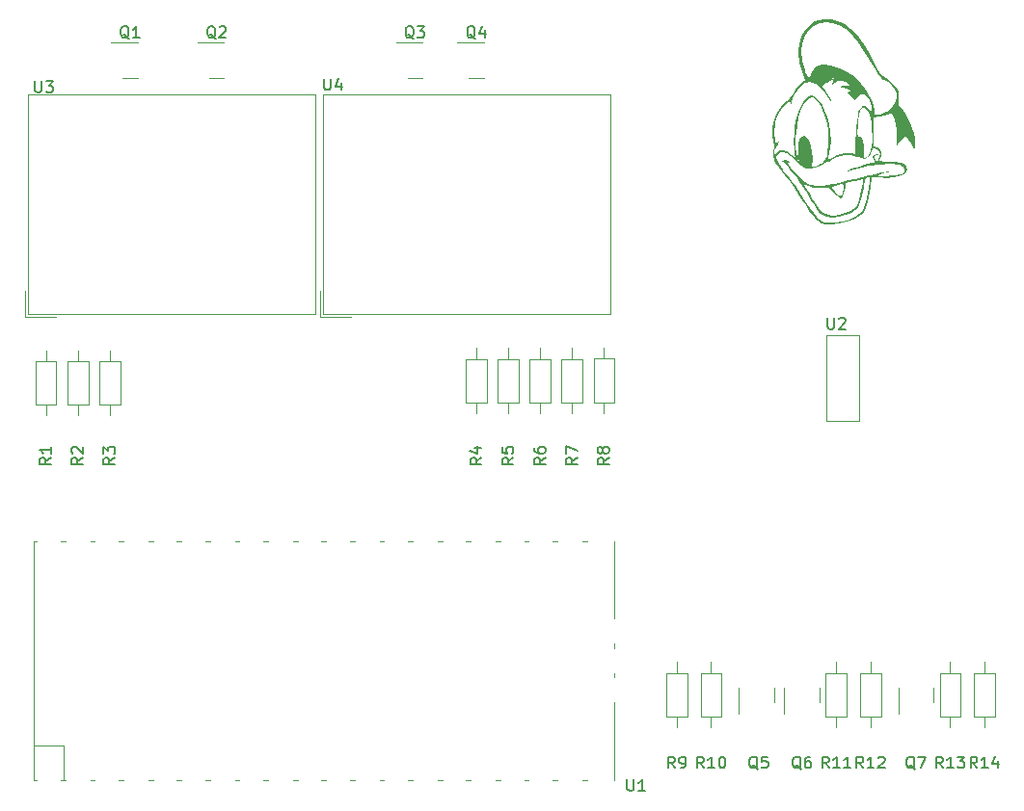
<source format=gbr>
%TF.GenerationSoftware,KiCad,Pcbnew,(6.0.0)*%
%TF.CreationDate,2022-06-20T15:54:39+02:00*%
%TF.ProjectId,PulseOximeter,50756c73-654f-4786-996d-657465722e6b,rev?*%
%TF.SameCoordinates,Original*%
%TF.FileFunction,Legend,Top*%
%TF.FilePolarity,Positive*%
%FSLAX46Y46*%
G04 Gerber Fmt 4.6, Leading zero omitted, Abs format (unit mm)*
G04 Created by KiCad (PCBNEW (6.0.0)) date 2022-06-20 15:54:39*
%MOMM*%
%LPD*%
G01*
G04 APERTURE LIST*
%ADD10C,0.150000*%
%ADD11C,0.120000*%
G04 APERTURE END LIST*
D10*
%TO.C,R8*%
X128052380Y-99166666D02*
X127576190Y-99500000D01*
X128052380Y-99738095D02*
X127052380Y-99738095D01*
X127052380Y-99357142D01*
X127100000Y-99261904D01*
X127147619Y-99214285D01*
X127242857Y-99166666D01*
X127385714Y-99166666D01*
X127480952Y-99214285D01*
X127528571Y-99261904D01*
X127576190Y-99357142D01*
X127576190Y-99738095D01*
X127480952Y-98595238D02*
X127433333Y-98690476D01*
X127385714Y-98738095D01*
X127290476Y-98785714D01*
X127242857Y-98785714D01*
X127147619Y-98738095D01*
X127100000Y-98690476D01*
X127052380Y-98595238D01*
X127052380Y-98404761D01*
X127100000Y-98309523D01*
X127147619Y-98261904D01*
X127242857Y-98214285D01*
X127290476Y-98214285D01*
X127385714Y-98261904D01*
X127433333Y-98309523D01*
X127480952Y-98404761D01*
X127480952Y-98595238D01*
X127528571Y-98690476D01*
X127576190Y-98738095D01*
X127671428Y-98785714D01*
X127861904Y-98785714D01*
X127957142Y-98738095D01*
X128004761Y-98690476D01*
X128052380Y-98595238D01*
X128052380Y-98404761D01*
X128004761Y-98309523D01*
X127957142Y-98261904D01*
X127861904Y-98214285D01*
X127671428Y-98214285D01*
X127576190Y-98261904D01*
X127528571Y-98309523D01*
X127480952Y-98404761D01*
%TO.C,Q7*%
X154904761Y-126547619D02*
X154809523Y-126500000D01*
X154714285Y-126404761D01*
X154571428Y-126261904D01*
X154476190Y-126214285D01*
X154380952Y-126214285D01*
X154428571Y-126452380D02*
X154333333Y-126404761D01*
X154238095Y-126309523D01*
X154190476Y-126119047D01*
X154190476Y-125785714D01*
X154238095Y-125595238D01*
X154333333Y-125500000D01*
X154428571Y-125452380D01*
X154619047Y-125452380D01*
X154714285Y-125500000D01*
X154809523Y-125595238D01*
X154857142Y-125785714D01*
X154857142Y-126119047D01*
X154809523Y-126309523D01*
X154714285Y-126404761D01*
X154619047Y-126452380D01*
X154428571Y-126452380D01*
X155190476Y-125452380D02*
X155857142Y-125452380D01*
X155428571Y-126452380D01*
%TO.C,R2*%
X81852380Y-99166666D02*
X81376190Y-99500000D01*
X81852380Y-99738095D02*
X80852380Y-99738095D01*
X80852380Y-99357142D01*
X80900000Y-99261904D01*
X80947619Y-99214285D01*
X81042857Y-99166666D01*
X81185714Y-99166666D01*
X81280952Y-99214285D01*
X81328571Y-99261904D01*
X81376190Y-99357142D01*
X81376190Y-99738095D01*
X80947619Y-98785714D02*
X80900000Y-98738095D01*
X80852380Y-98642857D01*
X80852380Y-98404761D01*
X80900000Y-98309523D01*
X80947619Y-98261904D01*
X81042857Y-98214285D01*
X81138095Y-98214285D01*
X81280952Y-98261904D01*
X81852380Y-98833333D01*
X81852380Y-98214285D01*
%TO.C,U4*%
X103038095Y-65852380D02*
X103038095Y-66661904D01*
X103085714Y-66757142D01*
X103133333Y-66804761D01*
X103228571Y-66852380D01*
X103419047Y-66852380D01*
X103514285Y-66804761D01*
X103561904Y-66757142D01*
X103609523Y-66661904D01*
X103609523Y-65852380D01*
X104514285Y-66185714D02*
X104514285Y-66852380D01*
X104276190Y-65804761D02*
X104038095Y-66519047D01*
X104657142Y-66519047D01*
%TO.C,R13*%
X157357142Y-126452380D02*
X157023809Y-125976190D01*
X156785714Y-126452380D02*
X156785714Y-125452380D01*
X157166666Y-125452380D01*
X157261904Y-125500000D01*
X157309523Y-125547619D01*
X157357142Y-125642857D01*
X157357142Y-125785714D01*
X157309523Y-125880952D01*
X157261904Y-125928571D01*
X157166666Y-125976190D01*
X156785714Y-125976190D01*
X158309523Y-126452380D02*
X157738095Y-126452380D01*
X158023809Y-126452380D02*
X158023809Y-125452380D01*
X157928571Y-125595238D01*
X157833333Y-125690476D01*
X157738095Y-125738095D01*
X158642857Y-125452380D02*
X159261904Y-125452380D01*
X158928571Y-125833333D01*
X159071428Y-125833333D01*
X159166666Y-125880952D01*
X159214285Y-125928571D01*
X159261904Y-126023809D01*
X159261904Y-126261904D01*
X159214285Y-126357142D01*
X159166666Y-126404761D01*
X159071428Y-126452380D01*
X158785714Y-126452380D01*
X158690476Y-126404761D01*
X158642857Y-126357142D01*
%TO.C,U2*%
X147238095Y-86852380D02*
X147238095Y-87661904D01*
X147285714Y-87757142D01*
X147333333Y-87804761D01*
X147428571Y-87852380D01*
X147619047Y-87852380D01*
X147714285Y-87804761D01*
X147761904Y-87757142D01*
X147809523Y-87661904D01*
X147809523Y-86852380D01*
X148238095Y-86947619D02*
X148285714Y-86900000D01*
X148380952Y-86852380D01*
X148619047Y-86852380D01*
X148714285Y-86900000D01*
X148761904Y-86947619D01*
X148809523Y-87042857D01*
X148809523Y-87138095D01*
X148761904Y-87280952D01*
X148190476Y-87852380D01*
X148809523Y-87852380D01*
%TO.C,U3*%
X77638095Y-66052380D02*
X77638095Y-66861904D01*
X77685714Y-66957142D01*
X77733333Y-67004761D01*
X77828571Y-67052380D01*
X78019047Y-67052380D01*
X78114285Y-67004761D01*
X78161904Y-66957142D01*
X78209523Y-66861904D01*
X78209523Y-66052380D01*
X78590476Y-66052380D02*
X79209523Y-66052380D01*
X78876190Y-66433333D01*
X79019047Y-66433333D01*
X79114285Y-66480952D01*
X79161904Y-66528571D01*
X79209523Y-66623809D01*
X79209523Y-66861904D01*
X79161904Y-66957142D01*
X79114285Y-67004761D01*
X79019047Y-67052380D01*
X78733333Y-67052380D01*
X78638095Y-67004761D01*
X78590476Y-66957142D01*
%TO.C,Q6*%
X144904761Y-126547619D02*
X144809523Y-126500000D01*
X144714285Y-126404761D01*
X144571428Y-126261904D01*
X144476190Y-126214285D01*
X144380952Y-126214285D01*
X144428571Y-126452380D02*
X144333333Y-126404761D01*
X144238095Y-126309523D01*
X144190476Y-126119047D01*
X144190476Y-125785714D01*
X144238095Y-125595238D01*
X144333333Y-125500000D01*
X144428571Y-125452380D01*
X144619047Y-125452380D01*
X144714285Y-125500000D01*
X144809523Y-125595238D01*
X144857142Y-125785714D01*
X144857142Y-126119047D01*
X144809523Y-126309523D01*
X144714285Y-126404761D01*
X144619047Y-126452380D01*
X144428571Y-126452380D01*
X145714285Y-125452380D02*
X145523809Y-125452380D01*
X145428571Y-125500000D01*
X145380952Y-125547619D01*
X145285714Y-125690476D01*
X145238095Y-125880952D01*
X145238095Y-126261904D01*
X145285714Y-126357142D01*
X145333333Y-126404761D01*
X145428571Y-126452380D01*
X145619047Y-126452380D01*
X145714285Y-126404761D01*
X145761904Y-126357142D01*
X145809523Y-126261904D01*
X145809523Y-126023809D01*
X145761904Y-125928571D01*
X145714285Y-125880952D01*
X145619047Y-125833333D01*
X145428571Y-125833333D01*
X145333333Y-125880952D01*
X145285714Y-125928571D01*
X145238095Y-126023809D01*
%TO.C,Q4*%
X116304761Y-62347619D02*
X116209523Y-62300000D01*
X116114285Y-62204761D01*
X115971428Y-62061904D01*
X115876190Y-62014285D01*
X115780952Y-62014285D01*
X115828571Y-62252380D02*
X115733333Y-62204761D01*
X115638095Y-62109523D01*
X115590476Y-61919047D01*
X115590476Y-61585714D01*
X115638095Y-61395238D01*
X115733333Y-61300000D01*
X115828571Y-61252380D01*
X116019047Y-61252380D01*
X116114285Y-61300000D01*
X116209523Y-61395238D01*
X116257142Y-61585714D01*
X116257142Y-61919047D01*
X116209523Y-62109523D01*
X116114285Y-62204761D01*
X116019047Y-62252380D01*
X115828571Y-62252380D01*
X117114285Y-61585714D02*
X117114285Y-62252380D01*
X116876190Y-61204761D02*
X116638095Y-61919047D01*
X117257142Y-61919047D01*
%TO.C,R10*%
X136357142Y-126452380D02*
X136023809Y-125976190D01*
X135785714Y-126452380D02*
X135785714Y-125452380D01*
X136166666Y-125452380D01*
X136261904Y-125500000D01*
X136309523Y-125547619D01*
X136357142Y-125642857D01*
X136357142Y-125785714D01*
X136309523Y-125880952D01*
X136261904Y-125928571D01*
X136166666Y-125976190D01*
X135785714Y-125976190D01*
X137309523Y-126452380D02*
X136738095Y-126452380D01*
X137023809Y-126452380D02*
X137023809Y-125452380D01*
X136928571Y-125595238D01*
X136833333Y-125690476D01*
X136738095Y-125738095D01*
X137928571Y-125452380D02*
X138023809Y-125452380D01*
X138119047Y-125500000D01*
X138166666Y-125547619D01*
X138214285Y-125642857D01*
X138261904Y-125833333D01*
X138261904Y-126071428D01*
X138214285Y-126261904D01*
X138166666Y-126357142D01*
X138119047Y-126404761D01*
X138023809Y-126452380D01*
X137928571Y-126452380D01*
X137833333Y-126404761D01*
X137785714Y-126357142D01*
X137738095Y-126261904D01*
X137690476Y-126071428D01*
X137690476Y-125833333D01*
X137738095Y-125642857D01*
X137785714Y-125547619D01*
X137833333Y-125500000D01*
X137928571Y-125452380D01*
%TO.C,R11*%
X147357142Y-126452380D02*
X147023809Y-125976190D01*
X146785714Y-126452380D02*
X146785714Y-125452380D01*
X147166666Y-125452380D01*
X147261904Y-125500000D01*
X147309523Y-125547619D01*
X147357142Y-125642857D01*
X147357142Y-125785714D01*
X147309523Y-125880952D01*
X147261904Y-125928571D01*
X147166666Y-125976190D01*
X146785714Y-125976190D01*
X148309523Y-126452380D02*
X147738095Y-126452380D01*
X148023809Y-126452380D02*
X148023809Y-125452380D01*
X147928571Y-125595238D01*
X147833333Y-125690476D01*
X147738095Y-125738095D01*
X149261904Y-126452380D02*
X148690476Y-126452380D01*
X148976190Y-126452380D02*
X148976190Y-125452380D01*
X148880952Y-125595238D01*
X148785714Y-125690476D01*
X148690476Y-125738095D01*
%TO.C,Q3*%
X110904761Y-62347619D02*
X110809523Y-62300000D01*
X110714285Y-62204761D01*
X110571428Y-62061904D01*
X110476190Y-62014285D01*
X110380952Y-62014285D01*
X110428571Y-62252380D02*
X110333333Y-62204761D01*
X110238095Y-62109523D01*
X110190476Y-61919047D01*
X110190476Y-61585714D01*
X110238095Y-61395238D01*
X110333333Y-61300000D01*
X110428571Y-61252380D01*
X110619047Y-61252380D01*
X110714285Y-61300000D01*
X110809523Y-61395238D01*
X110857142Y-61585714D01*
X110857142Y-61919047D01*
X110809523Y-62109523D01*
X110714285Y-62204761D01*
X110619047Y-62252380D01*
X110428571Y-62252380D01*
X111190476Y-61252380D02*
X111809523Y-61252380D01*
X111476190Y-61633333D01*
X111619047Y-61633333D01*
X111714285Y-61680952D01*
X111761904Y-61728571D01*
X111809523Y-61823809D01*
X111809523Y-62061904D01*
X111761904Y-62157142D01*
X111714285Y-62204761D01*
X111619047Y-62252380D01*
X111333333Y-62252380D01*
X111238095Y-62204761D01*
X111190476Y-62157142D01*
%TO.C,Q1*%
X85904761Y-62347619D02*
X85809523Y-62300000D01*
X85714285Y-62204761D01*
X85571428Y-62061904D01*
X85476190Y-62014285D01*
X85380952Y-62014285D01*
X85428571Y-62252380D02*
X85333333Y-62204761D01*
X85238095Y-62109523D01*
X85190476Y-61919047D01*
X85190476Y-61585714D01*
X85238095Y-61395238D01*
X85333333Y-61300000D01*
X85428571Y-61252380D01*
X85619047Y-61252380D01*
X85714285Y-61300000D01*
X85809523Y-61395238D01*
X85857142Y-61585714D01*
X85857142Y-61919047D01*
X85809523Y-62109523D01*
X85714285Y-62204761D01*
X85619047Y-62252380D01*
X85428571Y-62252380D01*
X86809523Y-62252380D02*
X86238095Y-62252380D01*
X86523809Y-62252380D02*
X86523809Y-61252380D01*
X86428571Y-61395238D01*
X86333333Y-61490476D01*
X86238095Y-61538095D01*
%TO.C,R14*%
X160357142Y-126452380D02*
X160023809Y-125976190D01*
X159785714Y-126452380D02*
X159785714Y-125452380D01*
X160166666Y-125452380D01*
X160261904Y-125500000D01*
X160309523Y-125547619D01*
X160357142Y-125642857D01*
X160357142Y-125785714D01*
X160309523Y-125880952D01*
X160261904Y-125928571D01*
X160166666Y-125976190D01*
X159785714Y-125976190D01*
X161309523Y-126452380D02*
X160738095Y-126452380D01*
X161023809Y-126452380D02*
X161023809Y-125452380D01*
X160928571Y-125595238D01*
X160833333Y-125690476D01*
X160738095Y-125738095D01*
X162166666Y-125785714D02*
X162166666Y-126452380D01*
X161928571Y-125404761D02*
X161690476Y-126119047D01*
X162309523Y-126119047D01*
%TO.C,U1*%
X129638095Y-127452380D02*
X129638095Y-128261904D01*
X129685714Y-128357142D01*
X129733333Y-128404761D01*
X129828571Y-128452380D01*
X130019047Y-128452380D01*
X130114285Y-128404761D01*
X130161904Y-128357142D01*
X130209523Y-128261904D01*
X130209523Y-127452380D01*
X131209523Y-128452380D02*
X130638095Y-128452380D01*
X130923809Y-128452380D02*
X130923809Y-127452380D01*
X130828571Y-127595238D01*
X130733333Y-127690476D01*
X130638095Y-127738095D01*
%TO.C,R12*%
X150357142Y-126452380D02*
X150023809Y-125976190D01*
X149785714Y-126452380D02*
X149785714Y-125452380D01*
X150166666Y-125452380D01*
X150261904Y-125500000D01*
X150309523Y-125547619D01*
X150357142Y-125642857D01*
X150357142Y-125785714D01*
X150309523Y-125880952D01*
X150261904Y-125928571D01*
X150166666Y-125976190D01*
X149785714Y-125976190D01*
X151309523Y-126452380D02*
X150738095Y-126452380D01*
X151023809Y-126452380D02*
X151023809Y-125452380D01*
X150928571Y-125595238D01*
X150833333Y-125690476D01*
X150738095Y-125738095D01*
X151690476Y-125547619D02*
X151738095Y-125500000D01*
X151833333Y-125452380D01*
X152071428Y-125452380D01*
X152166666Y-125500000D01*
X152214285Y-125547619D01*
X152261904Y-125642857D01*
X152261904Y-125738095D01*
X152214285Y-125880952D01*
X151642857Y-126452380D01*
X152261904Y-126452380D01*
%TO.C,R5*%
X119652380Y-99166666D02*
X119176190Y-99500000D01*
X119652380Y-99738095D02*
X118652380Y-99738095D01*
X118652380Y-99357142D01*
X118700000Y-99261904D01*
X118747619Y-99214285D01*
X118842857Y-99166666D01*
X118985714Y-99166666D01*
X119080952Y-99214285D01*
X119128571Y-99261904D01*
X119176190Y-99357142D01*
X119176190Y-99738095D01*
X118652380Y-98261904D02*
X118652380Y-98738095D01*
X119128571Y-98785714D01*
X119080952Y-98738095D01*
X119033333Y-98642857D01*
X119033333Y-98404761D01*
X119080952Y-98309523D01*
X119128571Y-98261904D01*
X119223809Y-98214285D01*
X119461904Y-98214285D01*
X119557142Y-98261904D01*
X119604761Y-98309523D01*
X119652380Y-98404761D01*
X119652380Y-98642857D01*
X119604761Y-98738095D01*
X119557142Y-98785714D01*
%TO.C,R3*%
X84652380Y-99166666D02*
X84176190Y-99500000D01*
X84652380Y-99738095D02*
X83652380Y-99738095D01*
X83652380Y-99357142D01*
X83700000Y-99261904D01*
X83747619Y-99214285D01*
X83842857Y-99166666D01*
X83985714Y-99166666D01*
X84080952Y-99214285D01*
X84128571Y-99261904D01*
X84176190Y-99357142D01*
X84176190Y-99738095D01*
X83652380Y-98833333D02*
X83652380Y-98214285D01*
X84033333Y-98547619D01*
X84033333Y-98404761D01*
X84080952Y-98309523D01*
X84128571Y-98261904D01*
X84223809Y-98214285D01*
X84461904Y-98214285D01*
X84557142Y-98261904D01*
X84604761Y-98309523D01*
X84652380Y-98404761D01*
X84652380Y-98690476D01*
X84604761Y-98785714D01*
X84557142Y-98833333D01*
%TO.C,R4*%
X116852380Y-99166666D02*
X116376190Y-99500000D01*
X116852380Y-99738095D02*
X115852380Y-99738095D01*
X115852380Y-99357142D01*
X115900000Y-99261904D01*
X115947619Y-99214285D01*
X116042857Y-99166666D01*
X116185714Y-99166666D01*
X116280952Y-99214285D01*
X116328571Y-99261904D01*
X116376190Y-99357142D01*
X116376190Y-99738095D01*
X116185714Y-98309523D02*
X116852380Y-98309523D01*
X115804761Y-98547619D02*
X116519047Y-98785714D01*
X116519047Y-98166666D01*
%TO.C,R6*%
X122452380Y-99166666D02*
X121976190Y-99500000D01*
X122452380Y-99738095D02*
X121452380Y-99738095D01*
X121452380Y-99357142D01*
X121500000Y-99261904D01*
X121547619Y-99214285D01*
X121642857Y-99166666D01*
X121785714Y-99166666D01*
X121880952Y-99214285D01*
X121928571Y-99261904D01*
X121976190Y-99357142D01*
X121976190Y-99738095D01*
X121452380Y-98309523D02*
X121452380Y-98500000D01*
X121500000Y-98595238D01*
X121547619Y-98642857D01*
X121690476Y-98738095D01*
X121880952Y-98785714D01*
X122261904Y-98785714D01*
X122357142Y-98738095D01*
X122404761Y-98690476D01*
X122452380Y-98595238D01*
X122452380Y-98404761D01*
X122404761Y-98309523D01*
X122357142Y-98261904D01*
X122261904Y-98214285D01*
X122023809Y-98214285D01*
X121928571Y-98261904D01*
X121880952Y-98309523D01*
X121833333Y-98404761D01*
X121833333Y-98595238D01*
X121880952Y-98690476D01*
X121928571Y-98738095D01*
X122023809Y-98785714D01*
%TO.C,R7*%
X125252380Y-99166666D02*
X124776190Y-99500000D01*
X125252380Y-99738095D02*
X124252380Y-99738095D01*
X124252380Y-99357142D01*
X124300000Y-99261904D01*
X124347619Y-99214285D01*
X124442857Y-99166666D01*
X124585714Y-99166666D01*
X124680952Y-99214285D01*
X124728571Y-99261904D01*
X124776190Y-99357142D01*
X124776190Y-99738095D01*
X124252380Y-98833333D02*
X124252380Y-98166666D01*
X125252380Y-98595238D01*
%TO.C,Q5*%
X141104761Y-126547619D02*
X141009523Y-126500000D01*
X140914285Y-126404761D01*
X140771428Y-126261904D01*
X140676190Y-126214285D01*
X140580952Y-126214285D01*
X140628571Y-126452380D02*
X140533333Y-126404761D01*
X140438095Y-126309523D01*
X140390476Y-126119047D01*
X140390476Y-125785714D01*
X140438095Y-125595238D01*
X140533333Y-125500000D01*
X140628571Y-125452380D01*
X140819047Y-125452380D01*
X140914285Y-125500000D01*
X141009523Y-125595238D01*
X141057142Y-125785714D01*
X141057142Y-126119047D01*
X141009523Y-126309523D01*
X140914285Y-126404761D01*
X140819047Y-126452380D01*
X140628571Y-126452380D01*
X141961904Y-125452380D02*
X141485714Y-125452380D01*
X141438095Y-125928571D01*
X141485714Y-125880952D01*
X141580952Y-125833333D01*
X141819047Y-125833333D01*
X141914285Y-125880952D01*
X141961904Y-125928571D01*
X142009523Y-126023809D01*
X142009523Y-126261904D01*
X141961904Y-126357142D01*
X141914285Y-126404761D01*
X141819047Y-126452380D01*
X141580952Y-126452380D01*
X141485714Y-126404761D01*
X141438095Y-126357142D01*
%TO.C,Q2*%
X93504761Y-62347619D02*
X93409523Y-62300000D01*
X93314285Y-62204761D01*
X93171428Y-62061904D01*
X93076190Y-62014285D01*
X92980952Y-62014285D01*
X93028571Y-62252380D02*
X92933333Y-62204761D01*
X92838095Y-62109523D01*
X92790476Y-61919047D01*
X92790476Y-61585714D01*
X92838095Y-61395238D01*
X92933333Y-61300000D01*
X93028571Y-61252380D01*
X93219047Y-61252380D01*
X93314285Y-61300000D01*
X93409523Y-61395238D01*
X93457142Y-61585714D01*
X93457142Y-61919047D01*
X93409523Y-62109523D01*
X93314285Y-62204761D01*
X93219047Y-62252380D01*
X93028571Y-62252380D01*
X93838095Y-61347619D02*
X93885714Y-61300000D01*
X93980952Y-61252380D01*
X94219047Y-61252380D01*
X94314285Y-61300000D01*
X94361904Y-61347619D01*
X94409523Y-61442857D01*
X94409523Y-61538095D01*
X94361904Y-61680952D01*
X93790476Y-62252380D01*
X94409523Y-62252380D01*
%TO.C,R1*%
X79052380Y-99166666D02*
X78576190Y-99500000D01*
X79052380Y-99738095D02*
X78052380Y-99738095D01*
X78052380Y-99357142D01*
X78100000Y-99261904D01*
X78147619Y-99214285D01*
X78242857Y-99166666D01*
X78385714Y-99166666D01*
X78480952Y-99214285D01*
X78528571Y-99261904D01*
X78576190Y-99357142D01*
X78576190Y-99738095D01*
X79052380Y-98214285D02*
X79052380Y-98785714D01*
X79052380Y-98500000D02*
X78052380Y-98500000D01*
X78195238Y-98595238D01*
X78290476Y-98690476D01*
X78338095Y-98785714D01*
%TO.C,R9*%
X133833333Y-126452380D02*
X133500000Y-125976190D01*
X133261904Y-126452380D02*
X133261904Y-125452380D01*
X133642857Y-125452380D01*
X133738095Y-125500000D01*
X133785714Y-125547619D01*
X133833333Y-125642857D01*
X133833333Y-125785714D01*
X133785714Y-125880952D01*
X133738095Y-125928571D01*
X133642857Y-125976190D01*
X133261904Y-125976190D01*
X134309523Y-126452380D02*
X134500000Y-126452380D01*
X134595238Y-126404761D01*
X134642857Y-126357142D01*
X134738095Y-126214285D01*
X134785714Y-126023809D01*
X134785714Y-125642857D01*
X134738095Y-125547619D01*
X134690476Y-125500000D01*
X134595238Y-125452380D01*
X134404761Y-125452380D01*
X134309523Y-125500000D01*
X134261904Y-125547619D01*
X134214285Y-125642857D01*
X134214285Y-125880952D01*
X134261904Y-125976190D01*
X134309523Y-126023809D01*
X134404761Y-126071428D01*
X134595238Y-126071428D01*
X134690476Y-126023809D01*
X134738095Y-125976190D01*
X134785714Y-125880952D01*
D11*
%TO.C,R8*%
X128520000Y-94310000D02*
X128520000Y-90470000D01*
X126680000Y-90470000D02*
X126680000Y-94310000D01*
X127600000Y-89520000D02*
X127600000Y-90470000D01*
X126680000Y-94310000D02*
X128520000Y-94310000D01*
X127600000Y-95260000D02*
X127600000Y-94310000D01*
X128520000Y-90470000D02*
X126680000Y-90470000D01*
%TO.C,Q7*%
X153440000Y-120000000D02*
X153440000Y-121675000D01*
X156560000Y-120000000D02*
X156560000Y-119350000D01*
X156560000Y-120000000D02*
X156560000Y-120650000D01*
X153440000Y-120000000D02*
X153440000Y-119350000D01*
%TO.C,R2*%
X80480000Y-94520000D02*
X82320000Y-94520000D01*
X81400000Y-89730000D02*
X81400000Y-90680000D01*
X81400000Y-95470000D02*
X81400000Y-94520000D01*
X80480000Y-90680000D02*
X80480000Y-94520000D01*
X82320000Y-90680000D02*
X80480000Y-90680000D01*
X82320000Y-94520000D02*
X82320000Y-90680000D01*
%TO.C,U4*%
X102910000Y-67235000D02*
X128160000Y-67235000D01*
X102910000Y-86525000D02*
X102910000Y-67235000D01*
X102660000Y-86780000D02*
X102660000Y-84500000D01*
X128160000Y-86525000D02*
X102910000Y-86525000D01*
X128160000Y-67235000D02*
X128160000Y-86525000D01*
X102660000Y-86780000D02*
X105370000Y-86780000D01*
%TO.C,R13*%
X158000000Y-122870000D02*
X158000000Y-121920000D01*
X158000000Y-117130000D02*
X158000000Y-118080000D01*
X158920000Y-118080000D02*
X157080000Y-118080000D01*
X157080000Y-121920000D02*
X158920000Y-121920000D01*
X158920000Y-121920000D02*
X158920000Y-118080000D01*
X157080000Y-118080000D02*
X157080000Y-121920000D01*
%TO.C,U2*%
X147100000Y-95960000D02*
X150000000Y-95960000D01*
X150000000Y-95960000D02*
X150000000Y-88360000D01*
X150000000Y-88360000D02*
X147100000Y-88360000D01*
X147100000Y-88360000D02*
X147100000Y-95960000D01*
%TO.C,G\u002A\u002A\u002A*%
G36*
X147619649Y-68040351D02*
G01*
X147575088Y-68084912D01*
X147530526Y-68040351D01*
X147575088Y-67995789D01*
X147619649Y-68040351D01*
G37*
G36*
X142522670Y-72005066D02*
G01*
X142547951Y-71719220D01*
X142481166Y-71395575D01*
X142368620Y-70764046D01*
X142386959Y-70103608D01*
X142524138Y-69451238D01*
X142768111Y-68843918D01*
X143106835Y-68318625D01*
X143528265Y-67912340D01*
X143640348Y-67836666D01*
X143938410Y-67596139D01*
X144158220Y-67271648D01*
X144224807Y-67131264D01*
X144398496Y-66822472D01*
X144635135Y-66508346D01*
X144891969Y-66237416D01*
X145126243Y-66058213D01*
X145199922Y-66024441D01*
X145225864Y-65923745D01*
X145165341Y-65669815D01*
X145038837Y-65315931D01*
X144769922Y-64440729D01*
X144662005Y-63619899D01*
X144672845Y-63462362D01*
X144959737Y-63462362D01*
X145025026Y-64255913D01*
X145248244Y-65106142D01*
X145304975Y-65263819D01*
X145414033Y-65529952D01*
X145507006Y-65712573D01*
X145555961Y-65767719D01*
X145632603Y-65696532D01*
X145749809Y-65518105D01*
X145794645Y-65437670D01*
X146022097Y-65048997D01*
X146228215Y-64800906D01*
X146448914Y-64665176D01*
X146720109Y-64613587D01*
X146847747Y-64610180D01*
X147564810Y-64692868D01*
X148296393Y-64922523D01*
X149002724Y-65276340D01*
X149644030Y-65731511D01*
X150180540Y-66265231D01*
X150486269Y-66696604D01*
X150675942Y-67007665D01*
X150868728Y-67306374D01*
X150961842Y-67442030D01*
X151125429Y-67756037D01*
X151260822Y-68169026D01*
X151345548Y-68601823D01*
X151362807Y-68854676D01*
X151375093Y-68993837D01*
X151444251Y-69048178D01*
X151618731Y-69038844D01*
X151741579Y-69019977D01*
X152064734Y-68933196D01*
X152404938Y-68791779D01*
X152491367Y-68745563D01*
X152878753Y-68433632D01*
X153149675Y-68031033D01*
X153287032Y-67578256D01*
X153273723Y-67115786D01*
X153237263Y-66979594D01*
X153106356Y-66737340D01*
X152877451Y-66452645D01*
X152684058Y-66260802D01*
X152400663Y-66021402D01*
X152202373Y-65885913D01*
X152102635Y-65861328D01*
X152114894Y-65954642D01*
X152121538Y-65968246D01*
X152108660Y-65981448D01*
X152008784Y-65880652D01*
X151957349Y-65821850D01*
X151842178Y-65664444D01*
X151655351Y-65382788D01*
X151415588Y-65006268D01*
X151141607Y-64564269D01*
X150859148Y-64097904D01*
X150371728Y-63311333D01*
X149936346Y-62672030D01*
X149537725Y-62162215D01*
X149160591Y-61764111D01*
X148789667Y-61459938D01*
X148409678Y-61231916D01*
X148387026Y-61220647D01*
X147728381Y-60969052D01*
X147114236Y-60881149D01*
X146553451Y-60956007D01*
X146054887Y-61192696D01*
X145702939Y-61502191D01*
X145299545Y-62077460D01*
X145051527Y-62733530D01*
X144959737Y-63462362D01*
X144672845Y-63462362D01*
X144714294Y-62859959D01*
X144925997Y-62167421D01*
X145296323Y-61548803D01*
X145529146Y-61281108D01*
X145848428Y-60984821D01*
X146150523Y-60794998D01*
X146491029Y-60690142D01*
X146925541Y-60648756D01*
X147174035Y-60645114D01*
X147587917Y-60654539D01*
X147893249Y-60691329D01*
X148159191Y-60769063D01*
X148438885Y-60893467D01*
X148881473Y-61140365D01*
X149283553Y-61436744D01*
X149662153Y-61803074D01*
X150034298Y-62259826D01*
X150417017Y-62827470D01*
X150827335Y-63526475D01*
X151191410Y-64202627D01*
X151441318Y-64674766D01*
X151634199Y-65018607D01*
X151792856Y-65265224D01*
X151940093Y-65445688D01*
X152098709Y-65591073D01*
X152291509Y-65732450D01*
X152336735Y-65763357D01*
X152780644Y-66102006D01*
X153137358Y-66448538D01*
X153379189Y-66773210D01*
X153466780Y-66977345D01*
X153491430Y-67198811D01*
X153489863Y-67505607D01*
X153478390Y-67666412D01*
X153461011Y-67936214D01*
X153491583Y-68122468D01*
X153596157Y-68296450D01*
X153789227Y-68516867D01*
X154077863Y-68900636D01*
X154360901Y-69397830D01*
X154607648Y-69945403D01*
X154787408Y-70480311D01*
X154828548Y-70651580D01*
X154888994Y-71015269D01*
X154918276Y-71355651D01*
X154919715Y-71648711D01*
X154896631Y-71870434D01*
X154852346Y-71996805D01*
X154790178Y-72003808D01*
X154713450Y-71867429D01*
X154675884Y-71755649D01*
X154544887Y-71454534D01*
X154358903Y-71186677D01*
X154156861Y-70998838D01*
X153994222Y-70936842D01*
X153872286Y-71007126D01*
X153706734Y-71188059D01*
X153588914Y-71355343D01*
X153323509Y-71773844D01*
X153323509Y-70868511D01*
X153299663Y-70335832D01*
X153233616Y-69843465D01*
X153133602Y-69424116D01*
X153007854Y-69110489D01*
X152864608Y-68935291D01*
X152832678Y-68918995D01*
X152677997Y-68925912D01*
X152464225Y-69004257D01*
X152454262Y-69009335D01*
X152207459Y-69101959D01*
X151883465Y-69180917D01*
X151733235Y-69205511D01*
X151273684Y-69266472D01*
X151273684Y-71792263D01*
X151585339Y-71904958D01*
X151855227Y-72072272D01*
X151966659Y-72320146D01*
X151918795Y-72645905D01*
X151861184Y-72784298D01*
X151756341Y-72970902D01*
X151677669Y-73052918D01*
X151663796Y-73049995D01*
X151673411Y-72950919D01*
X151762858Y-72777932D01*
X151766563Y-72772241D01*
X151870541Y-72486809D01*
X151816254Y-72227624D01*
X151613880Y-72036435D01*
X151583557Y-72021595D01*
X151353998Y-71934015D01*
X151229062Y-71954641D01*
X151159925Y-72100986D01*
X151140919Y-72180376D01*
X151006528Y-72524791D01*
X150793177Y-72774896D01*
X150535862Y-72893009D01*
X150474843Y-72897544D01*
X150238996Y-72860345D01*
X149944275Y-72766870D01*
X149835171Y-72721255D01*
X149311256Y-72572265D01*
X148746121Y-72561156D01*
X148276994Y-72666497D01*
X148039543Y-72769539D01*
X147708970Y-72934343D01*
X147344877Y-73130755D01*
X147226665Y-73197866D01*
X146649291Y-73488735D01*
X146113586Y-73678216D01*
X145649431Y-73757848D01*
X145335660Y-73733396D01*
X145165524Y-73646243D01*
X144909994Y-73462253D01*
X144608707Y-73211629D01*
X144399877Y-73020415D01*
X143996256Y-72656783D01*
X143676524Y-72422950D01*
X143415805Y-72307500D01*
X143189222Y-72299019D01*
X142992069Y-72374447D01*
X142788320Y-72541309D01*
X142712027Y-72752985D01*
X142766745Y-73024511D01*
X142956029Y-73370923D01*
X143283436Y-73807257D01*
X143349936Y-73887687D01*
X143746919Y-74376004D01*
X144114546Y-74859712D01*
X144481863Y-75379838D01*
X144877913Y-75977414D01*
X145298781Y-76640702D01*
X145677165Y-77226922D01*
X145995533Y-77674341D01*
X146271849Y-78004437D01*
X146524080Y-78238689D01*
X146768246Y-78397562D01*
X147056624Y-78479605D01*
X147466421Y-78506097D01*
X147950882Y-78480546D01*
X148463250Y-78406458D01*
X148956767Y-78287340D01*
X149166449Y-78217702D01*
X149661173Y-77999035D01*
X150040964Y-77735408D01*
X150326279Y-77398154D01*
X150537573Y-76958607D01*
X150695304Y-76388100D01*
X150773649Y-75965433D01*
X150860561Y-75427676D01*
X150920101Y-75040983D01*
X150953284Y-74780447D01*
X150961128Y-74621162D01*
X150944648Y-74538222D01*
X150904861Y-74506720D01*
X150842784Y-74501750D01*
X150833379Y-74501754D01*
X150690246Y-74530615D01*
X150584120Y-74636088D01*
X150501862Y-74846505D01*
X150430328Y-75190200D01*
X150388785Y-75460305D01*
X150266574Y-76154250D01*
X150112072Y-76695626D01*
X149909056Y-77109387D01*
X149641301Y-77420484D01*
X149292586Y-77653871D01*
X148846686Y-77834498D01*
X148844726Y-77835135D01*
X148194742Y-77998797D01*
X147618117Y-78048598D01*
X147139503Y-77983617D01*
X146941826Y-77906358D01*
X146778998Y-77812454D01*
X146629553Y-77694267D01*
X146475224Y-77528318D01*
X146297742Y-77291127D01*
X146078838Y-76959215D01*
X145800245Y-76509102D01*
X145610583Y-76195381D01*
X145412155Y-75880706D01*
X145156044Y-75496690D01*
X144900003Y-75125659D01*
X145152754Y-75125659D01*
X145185125Y-75195302D01*
X145294167Y-75383198D01*
X145460121Y-75657696D01*
X145663223Y-75987143D01*
X145883713Y-76339884D01*
X146101829Y-76684269D01*
X146297809Y-76988644D01*
X146451892Y-77221356D01*
X146532652Y-77335894D01*
X146860389Y-77657726D01*
X147257412Y-77840155D01*
X147740923Y-77886959D01*
X148328124Y-77801918D01*
X148480669Y-77763837D01*
X149035746Y-77567873D01*
X149488754Y-77310261D01*
X149806049Y-77011240D01*
X149858685Y-76934888D01*
X149933346Y-76759663D01*
X150021446Y-76471824D01*
X150114107Y-76112686D01*
X150202454Y-75723567D01*
X150277608Y-75345786D01*
X150330694Y-75020659D01*
X150352835Y-74789504D01*
X150339581Y-74696540D01*
X150240234Y-74699012D01*
X150010967Y-74741968D01*
X149693288Y-74817063D01*
X149537513Y-74857782D01*
X148778246Y-75061825D01*
X148777912Y-75427930D01*
X148743590Y-75677873D01*
X148657172Y-75951181D01*
X148542882Y-76192412D01*
X148424944Y-76346125D01*
X148364833Y-76373333D01*
X148275551Y-76316359D01*
X148095534Y-76166154D01*
X147861795Y-75953796D01*
X147834122Y-75927719D01*
X147362950Y-75482105D01*
X146734712Y-75482105D01*
X146061063Y-75421689D01*
X145792198Y-75346901D01*
X147651264Y-75346901D01*
X147658808Y-75418887D01*
X147757583Y-75574234D01*
X147912177Y-75770871D01*
X148087175Y-75966729D01*
X148247164Y-76119741D01*
X148356729Y-76187835D01*
X148359460Y-76188188D01*
X148436369Y-76118983D01*
X148536773Y-75938942D01*
X148559986Y-75886020D01*
X148655118Y-75587744D01*
X148684629Y-75333204D01*
X148647484Y-75166670D01*
X148577719Y-75126111D01*
X148429343Y-75148395D01*
X148179648Y-75203474D01*
X147898561Y-75274683D01*
X147656008Y-75345357D01*
X147651264Y-75346901D01*
X145792198Y-75346901D01*
X145637623Y-75303904D01*
X145379984Y-75206960D01*
X145202998Y-75142220D01*
X145152754Y-75125659D01*
X144900003Y-75125659D01*
X144861951Y-75070517D01*
X144549579Y-74629367D01*
X144238630Y-74200424D01*
X143948805Y-73810870D01*
X143699808Y-73487888D01*
X143511338Y-73258659D01*
X143403900Y-73150877D01*
X143245103Y-73120080D01*
X143171591Y-73131353D01*
X143129402Y-73127892D01*
X143224674Y-73067460D01*
X143518921Y-73007278D01*
X143843843Y-73099881D01*
X144010175Y-73206123D01*
X144121015Y-73297541D01*
X144093260Y-73307243D01*
X143938516Y-73254929D01*
X143688610Y-73165661D01*
X143849393Y-73450451D01*
X143982080Y-73638535D01*
X144204787Y-73907078D01*
X144480020Y-74211997D01*
X144634035Y-74372938D01*
X144977409Y-74707029D01*
X145256713Y-74932757D01*
X145517073Y-75082641D01*
X145738008Y-75168469D01*
X145971438Y-75234123D01*
X146212796Y-75273682D01*
X146483360Y-75284341D01*
X146804411Y-75263295D01*
X147197225Y-75207738D01*
X147683084Y-75114866D01*
X148283265Y-74981874D01*
X149019049Y-74805956D01*
X149624912Y-74656086D01*
X150269689Y-74497945D01*
X150883485Y-74352547D01*
X151437252Y-74226376D01*
X151901943Y-74125917D01*
X152248514Y-74057653D01*
X152432281Y-74029405D01*
X152922456Y-73980971D01*
X152326518Y-74129959D01*
X152016547Y-74215262D01*
X151776455Y-74295758D01*
X151658155Y-74354040D01*
X151658097Y-74354100D01*
X151693328Y-74392370D01*
X151867305Y-74411466D01*
X152141822Y-74413630D01*
X152478670Y-74401105D01*
X152839643Y-74376133D01*
X153186532Y-74340957D01*
X153481130Y-74297820D01*
X153685230Y-74248965D01*
X153724561Y-74232805D01*
X153949956Y-74052365D01*
X154011251Y-73835758D01*
X153903031Y-73611287D01*
X153853070Y-73561047D01*
X153736160Y-73480327D01*
X153572091Y-73425449D01*
X153323593Y-73389835D01*
X152953395Y-73366904D01*
X152702199Y-73357862D01*
X151786597Y-73375492D01*
X150877163Y-73492546D01*
X149915565Y-73717711D01*
X149539324Y-73828784D01*
X149211540Y-73925779D01*
X148956007Y-73993004D01*
X148814282Y-74019843D01*
X148799343Y-74017822D01*
X148856892Y-73972975D01*
X149048047Y-73890334D01*
X149335491Y-73782674D01*
X149681908Y-73662767D01*
X150049980Y-73543389D01*
X150402392Y-73437311D01*
X150701826Y-73357310D01*
X150783509Y-73338625D01*
X151068801Y-73275109D01*
X151273739Y-73225253D01*
X151347098Y-73202630D01*
X151330211Y-73118639D01*
X151251032Y-72940413D01*
X151235172Y-72909241D01*
X151148780Y-72721004D01*
X151158066Y-72621050D01*
X151270718Y-72542651D01*
X151277832Y-72538832D01*
X151487419Y-72476072D01*
X151612565Y-72480517D01*
X151683140Y-72512494D01*
X151580859Y-72529737D01*
X151563333Y-72530714D01*
X151406106Y-72587053D01*
X151362807Y-72758600D01*
X151404365Y-72953642D01*
X151474210Y-73045515D01*
X151605664Y-73075394D01*
X151872466Y-73101201D01*
X152231718Y-73119620D01*
X152521403Y-73126420D01*
X153159514Y-73158011D01*
X153636370Y-73238134D01*
X153963500Y-73371539D01*
X154152434Y-73562979D01*
X154214703Y-73817203D01*
X154214737Y-73824164D01*
X154131276Y-74087151D01*
X153890717Y-74298035D01*
X153507792Y-74452096D01*
X152997233Y-74544618D01*
X152373774Y-74570882D01*
X151941497Y-74552148D01*
X151138784Y-74494181D01*
X150987464Y-75456038D01*
X150861432Y-76184608D01*
X150731232Y-76759388D01*
X150584739Y-77204660D01*
X150409827Y-77544701D01*
X150194371Y-77803792D01*
X149926244Y-78006211D01*
X149639153Y-78155809D01*
X148917824Y-78435307D01*
X148226017Y-78612322D01*
X147592175Y-78683018D01*
X147044745Y-78643557D01*
X146728421Y-78548437D01*
X146520408Y-78443114D01*
X146325174Y-78304012D01*
X146124874Y-78110100D01*
X145901663Y-77840348D01*
X145637696Y-77473724D01*
X145315127Y-76989196D01*
X145034062Y-76551579D01*
X144693477Y-76029802D01*
X144324604Y-75487230D01*
X143961070Y-74971893D01*
X143636502Y-74531822D01*
X143474149Y-74323509D01*
X143197622Y-73973220D01*
X142954376Y-73653288D01*
X142771463Y-73400055D01*
X142678048Y-73254035D01*
X142571378Y-72958754D01*
X142503893Y-72600011D01*
X142491062Y-72363540D01*
X142557758Y-72363540D01*
X142605232Y-72450482D01*
X142619110Y-72451930D01*
X142713377Y-72396985D01*
X142717895Y-72373619D01*
X142791464Y-72289099D01*
X142969811Y-72191051D01*
X142982518Y-72185698D01*
X143334180Y-72133313D01*
X143709687Y-72253090D01*
X144099965Y-72542011D01*
X144124552Y-72565530D01*
X144420338Y-72852216D01*
X144348941Y-72451547D01*
X144298688Y-71988848D01*
X144283628Y-71413092D01*
X144284323Y-71388082D01*
X144436312Y-71388082D01*
X144449898Y-71896036D01*
X144488021Y-72361258D01*
X144546896Y-72746784D01*
X144622739Y-73015649D01*
X144680013Y-73111005D01*
X144738906Y-73137797D01*
X144728723Y-73021610D01*
X144708857Y-72942105D01*
X144662871Y-72658349D01*
X144643180Y-72292519D01*
X144648280Y-71903554D01*
X144676669Y-71550392D01*
X144726842Y-71291968D01*
X144752562Y-71228534D01*
X144939785Y-70988299D01*
X145138095Y-70907598D01*
X145336014Y-70969154D01*
X145522066Y-71155688D01*
X145684772Y-71449923D01*
X145812655Y-71834582D01*
X145894239Y-72292386D01*
X145918044Y-72806059D01*
X145911908Y-72973768D01*
X145876290Y-73604109D01*
X146101829Y-73551832D01*
X146323521Y-73476146D01*
X146599829Y-73351515D01*
X146680095Y-73309952D01*
X146902320Y-73154625D01*
X147066401Y-72944332D01*
X147180057Y-72653223D01*
X147251007Y-72255443D01*
X147286972Y-71725142D01*
X147295526Y-71248772D01*
X147289363Y-70697815D01*
X147260406Y-70263460D01*
X147201995Y-69884797D01*
X147107469Y-69500915D01*
X147102479Y-69483310D01*
X146903867Y-68882922D01*
X146676911Y-68360465D01*
X146435027Y-67937800D01*
X146191635Y-67636788D01*
X145960150Y-67479290D01*
X145861279Y-67461053D01*
X145586112Y-67546977D01*
X145322828Y-67792049D01*
X145079298Y-68177213D01*
X144863394Y-68683417D01*
X144682990Y-69291607D01*
X144545956Y-69982728D01*
X144460166Y-70737728D01*
X144451046Y-70874361D01*
X144436312Y-71388082D01*
X144284323Y-71388082D01*
X144301069Y-70785394D01*
X144348320Y-70166870D01*
X144422689Y-69618634D01*
X144486919Y-69318896D01*
X144714101Y-68600817D01*
X144970713Y-68042068D01*
X145250269Y-67645055D01*
X145546283Y-67412184D01*
X145852271Y-67345862D01*
X146161745Y-67448494D01*
X146468221Y-67722487D01*
X146765213Y-68170247D01*
X146892785Y-68426347D01*
X147256356Y-69408105D01*
X147462804Y-70415483D01*
X147509638Y-71421685D01*
X147394366Y-72399915D01*
X147298533Y-72790670D01*
X147273477Y-72897202D01*
X147298616Y-72937245D01*
X147405813Y-72906925D01*
X147626931Y-72802370D01*
X147764035Y-72734091D01*
X148095896Y-72584909D01*
X148418305Y-72466708D01*
X148613574Y-72415227D01*
X148923084Y-72398072D01*
X149258117Y-72430620D01*
X149304276Y-72440051D01*
X149669474Y-72522105D01*
X149671799Y-72152807D01*
X149682420Y-71706926D01*
X149707146Y-71192410D01*
X149739641Y-70694868D01*
X149853186Y-70694868D01*
X149882718Y-70843474D01*
X149944991Y-70920448D01*
X150042021Y-70952017D01*
X150048172Y-70952924D01*
X150232178Y-71064202D01*
X150365207Y-71320800D01*
X150438974Y-71694984D01*
X150445194Y-72159015D01*
X150437849Y-72257400D01*
X150416395Y-72564403D01*
X150425132Y-72730802D01*
X150470391Y-72792636D01*
X150531769Y-72792137D01*
X150685001Y-72704069D01*
X150840555Y-72541053D01*
X150990959Y-72242810D01*
X151093391Y-71840954D01*
X151150803Y-71364584D01*
X151166151Y-70842804D01*
X151142391Y-70304716D01*
X151082476Y-69779422D01*
X150989361Y-69296024D01*
X150866002Y-68883623D01*
X150715353Y-68571323D01*
X150540368Y-68388225D01*
X150415259Y-68352281D01*
X150249172Y-68440086D01*
X150111078Y-68702460D01*
X150001592Y-69137842D01*
X149940884Y-69557023D01*
X149884285Y-70077868D01*
X149854380Y-70448408D01*
X149853186Y-70694868D01*
X149739641Y-70694868D01*
X149742822Y-70646168D01*
X149786289Y-70105107D01*
X149834390Y-69606136D01*
X149883967Y-69186162D01*
X149931864Y-68882093D01*
X149962086Y-68759716D01*
X150086293Y-68503534D01*
X150240345Y-68309911D01*
X150275398Y-68282553D01*
X150408428Y-68214736D01*
X150524221Y-68238437D01*
X150682946Y-68372279D01*
X150736534Y-68425279D01*
X150904727Y-68623174D01*
X150998985Y-68791724D01*
X151006316Y-68830341D01*
X151055649Y-68983435D01*
X151091580Y-69018317D01*
X151139604Y-68983079D01*
X151147360Y-68819686D01*
X151121316Y-68571994D01*
X151067940Y-68283858D01*
X150993702Y-67999132D01*
X150906759Y-67765285D01*
X150688302Y-67425243D01*
X150437193Y-67246784D01*
X150173456Y-67233222D01*
X149917116Y-67387872D01*
X149766292Y-67576496D01*
X149644869Y-67736398D01*
X149585881Y-67744947D01*
X149581852Y-67715373D01*
X149517889Y-67572187D01*
X149357931Y-67379794D01*
X149265320Y-67292039D01*
X149083305Y-67125815D01*
X149026407Y-67043646D01*
X149082700Y-67015610D01*
X149153916Y-67012473D01*
X149357544Y-67009508D01*
X149147144Y-66834228D01*
X148882779Y-66700679D01*
X148612407Y-66657583D01*
X148414728Y-66645451D01*
X148377898Y-66606429D01*
X148421754Y-66569824D01*
X148602802Y-66508088D01*
X148845088Y-66482066D01*
X149066855Y-66451564D01*
X149120485Y-66370279D01*
X149005034Y-66249223D01*
X148871794Y-66171061D01*
X148475370Y-66047438D01*
X148101164Y-66085497D01*
X147857223Y-66217640D01*
X147625145Y-66400193D01*
X147761302Y-66074323D01*
X147845315Y-65824002D01*
X147840428Y-65706871D01*
X147753847Y-65734072D01*
X147628827Y-65869493D01*
X147433208Y-66058453D01*
X147176944Y-66237660D01*
X147137404Y-66259857D01*
X146897750Y-66427666D01*
X146819821Y-66580145D01*
X146908523Y-66704656D01*
X147011977Y-66820761D01*
X147157031Y-67042002D01*
X147311620Y-67311204D01*
X147443680Y-67571192D01*
X147521147Y-67764789D01*
X147529690Y-67812301D01*
X147489624Y-67807449D01*
X147383178Y-67675519D01*
X147232303Y-67444252D01*
X147212319Y-67411248D01*
X146941710Y-66986904D01*
X146706463Y-66688394D01*
X146470463Y-66478266D01*
X146197597Y-66319066D01*
X146127875Y-66286637D01*
X145696643Y-66175582D01*
X145290728Y-66240753D01*
X144911965Y-66481685D01*
X144763215Y-66633132D01*
X144567413Y-66899101D01*
X144368862Y-67237535D01*
X144196591Y-67590486D01*
X144079628Y-67900007D01*
X144045853Y-68065173D01*
X144023416Y-68119007D01*
X143977224Y-68004208D01*
X143975693Y-67998755D01*
X143914417Y-67778914D01*
X143506471Y-68154945D01*
X143152656Y-68562161D01*
X142862464Y-69050469D01*
X142845131Y-69087769D01*
X142715657Y-69399659D01*
X142638338Y-69678483D01*
X142600176Y-69992940D01*
X142588170Y-70411723D01*
X142587973Y-70446667D01*
X142593674Y-70825666D01*
X142612121Y-71150649D01*
X142639855Y-71369965D01*
X142652911Y-71416868D01*
X142710945Y-71529067D01*
X142785405Y-71521211D01*
X142911393Y-71416868D01*
X143011307Y-71336179D01*
X143019066Y-71361864D01*
X142930976Y-71510897D01*
X142870398Y-71605263D01*
X142701412Y-71903629D01*
X142593508Y-72168822D01*
X142557758Y-72363540D01*
X142491062Y-72363540D01*
X142485156Y-72254683D01*
X142522670Y-72005066D01*
G37*
%TO.C,U3*%
X102270000Y-86505000D02*
X77020000Y-86505000D01*
X102270000Y-67215000D02*
X102270000Y-86505000D01*
X77020000Y-86505000D02*
X77020000Y-67215000D01*
X76770000Y-86760000D02*
X76770000Y-84480000D01*
X77020000Y-67215000D02*
X102270000Y-67215000D01*
X76770000Y-86760000D02*
X79480000Y-86760000D01*
%TO.C,Q6*%
X143440000Y-120000000D02*
X143440000Y-119350000D01*
X143440000Y-120000000D02*
X143440000Y-121675000D01*
X146560000Y-120000000D02*
X146560000Y-119350000D01*
X146560000Y-120000000D02*
X146560000Y-120650000D01*
%TO.C,Q4*%
X116400000Y-62640000D02*
X114725000Y-62640000D01*
X116400000Y-65760000D02*
X117050000Y-65760000D01*
X116400000Y-62640000D02*
X117050000Y-62640000D01*
X116400000Y-65760000D02*
X115750000Y-65760000D01*
%TO.C,R10*%
X137000000Y-117130000D02*
X137000000Y-118080000D01*
X137920000Y-121920000D02*
X137920000Y-118080000D01*
X136080000Y-121920000D02*
X137920000Y-121920000D01*
X137920000Y-118080000D02*
X136080000Y-118080000D01*
X136080000Y-118080000D02*
X136080000Y-121920000D01*
X137000000Y-122870000D02*
X137000000Y-121920000D01*
%TO.C,R11*%
X148000000Y-122870000D02*
X148000000Y-121920000D01*
X147080000Y-121920000D02*
X148920000Y-121920000D01*
X148920000Y-121920000D02*
X148920000Y-118080000D01*
X148000000Y-117130000D02*
X148000000Y-118080000D01*
X148920000Y-118080000D02*
X147080000Y-118080000D01*
X147080000Y-118080000D02*
X147080000Y-121920000D01*
%TO.C,Q3*%
X111000000Y-62640000D02*
X109325000Y-62640000D01*
X111000000Y-65760000D02*
X111650000Y-65760000D01*
X111000000Y-62640000D02*
X111650000Y-62640000D01*
X111000000Y-65760000D02*
X110350000Y-65760000D01*
%TO.C,Q1*%
X86000000Y-65760000D02*
X85350000Y-65760000D01*
X86000000Y-62640000D02*
X86650000Y-62640000D01*
X86000000Y-65760000D02*
X86650000Y-65760000D01*
X86000000Y-62640000D02*
X84325000Y-62640000D01*
%TO.C,R14*%
X161920000Y-118080000D02*
X160080000Y-118080000D01*
X160080000Y-121920000D02*
X161920000Y-121920000D01*
X160080000Y-118080000D02*
X160080000Y-121920000D01*
X161000000Y-122870000D02*
X161000000Y-121920000D01*
X161920000Y-121920000D02*
X161920000Y-118080000D01*
X161000000Y-117130000D02*
X161000000Y-118080000D01*
%TO.C,U1*%
X77500000Y-127500000D02*
X77500000Y-106500000D01*
X90100000Y-106500000D02*
X90500000Y-106500000D01*
X100300000Y-127500000D02*
X100700000Y-127500000D01*
X77500000Y-106500000D02*
X77800000Y-106500000D01*
X123100000Y-106500000D02*
X123500000Y-106500000D01*
X128500000Y-106500000D02*
X128500000Y-113300000D01*
X110400000Y-127500000D02*
X110800000Y-127500000D01*
X125700000Y-106500000D02*
X126100000Y-106500000D01*
X110400000Y-106500000D02*
X110800000Y-106500000D01*
X128500000Y-115900000D02*
X128500000Y-115500000D01*
X102800000Y-106500000D02*
X103200000Y-106500000D01*
X118100000Y-106500000D02*
X118500000Y-106500000D01*
X120600000Y-106500000D02*
X121000000Y-106500000D01*
X105300000Y-127500000D02*
X105700000Y-127500000D01*
X115500000Y-127500000D02*
X115900000Y-127500000D01*
X77500000Y-127500000D02*
X77800000Y-127500000D01*
X92600000Y-106500000D02*
X93000000Y-106500000D01*
X123100000Y-127500000D02*
X123500000Y-127500000D01*
X118100000Y-127500000D02*
X118500000Y-127500000D01*
X100300000Y-106500000D02*
X100700000Y-106500000D01*
X92600000Y-127500000D02*
X93000000Y-127500000D01*
X107900000Y-127500000D02*
X108300000Y-127500000D01*
X113000000Y-127500000D02*
X113400000Y-127500000D01*
X113000000Y-106500000D02*
X113400000Y-106500000D01*
X90100000Y-127500000D02*
X90500000Y-127500000D01*
X97700000Y-106500000D02*
X98100000Y-106500000D01*
X87600000Y-127500000D02*
X88000000Y-127500000D01*
X107900000Y-106500000D02*
X108300000Y-106500000D01*
X128500000Y-118500000D02*
X128500000Y-118100000D01*
X79900000Y-127500000D02*
X80300000Y-127500000D01*
X85000000Y-127500000D02*
X85400000Y-127500000D01*
X128500000Y-120700000D02*
X128500000Y-127500000D01*
X87600000Y-106500000D02*
X88000000Y-106500000D01*
X82500000Y-127500000D02*
X82900000Y-127500000D01*
X102800000Y-127500000D02*
X103200000Y-127500000D01*
X95200000Y-106500000D02*
X95600000Y-106500000D01*
X82500000Y-106500000D02*
X82900000Y-106500000D01*
X125700000Y-127500000D02*
X126100000Y-127500000D01*
X105300000Y-106500000D02*
X105700000Y-106500000D01*
X79900000Y-106500000D02*
X80300000Y-106500000D01*
X80167000Y-127500000D02*
X80167000Y-124493000D01*
X95200000Y-127500000D02*
X95600000Y-127500000D01*
X97700000Y-127500000D02*
X98100000Y-127500000D01*
X120600000Y-127500000D02*
X121000000Y-127500000D01*
X80167000Y-124493000D02*
X77500000Y-124493000D01*
X115500000Y-106500000D02*
X115900000Y-106500000D01*
X85000000Y-106500000D02*
X85400000Y-106500000D01*
%TO.C,R12*%
X150080000Y-118080000D02*
X150080000Y-121920000D01*
X151000000Y-122870000D02*
X151000000Y-121920000D01*
X151920000Y-118080000D02*
X150080000Y-118080000D01*
X151920000Y-121920000D02*
X151920000Y-118080000D01*
X151000000Y-117130000D02*
X151000000Y-118080000D01*
X150080000Y-121920000D02*
X151920000Y-121920000D01*
%TO.C,R5*%
X118280000Y-90480000D02*
X118280000Y-94320000D01*
X119200000Y-89530000D02*
X119200000Y-90480000D01*
X120120000Y-90480000D02*
X118280000Y-90480000D01*
X118280000Y-94320000D02*
X120120000Y-94320000D01*
X120120000Y-94320000D02*
X120120000Y-90480000D01*
X119200000Y-95270000D02*
X119200000Y-94320000D01*
%TO.C,R3*%
X83280000Y-94520000D02*
X85120000Y-94520000D01*
X84200000Y-89730000D02*
X84200000Y-90680000D01*
X85120000Y-90680000D02*
X83280000Y-90680000D01*
X84200000Y-95470000D02*
X84200000Y-94520000D01*
X85120000Y-94520000D02*
X85120000Y-90680000D01*
X83280000Y-90680000D02*
X83280000Y-94520000D01*
%TO.C,R4*%
X115480000Y-94320000D02*
X117320000Y-94320000D01*
X115480000Y-90480000D02*
X115480000Y-94320000D01*
X116400000Y-89530000D02*
X116400000Y-90480000D01*
X117320000Y-90480000D02*
X115480000Y-90480000D01*
X116400000Y-95270000D02*
X116400000Y-94320000D01*
X117320000Y-94320000D02*
X117320000Y-90480000D01*
%TO.C,R6*%
X121080000Y-90480000D02*
X121080000Y-94320000D01*
X122000000Y-89530000D02*
X122000000Y-90480000D01*
X121080000Y-94320000D02*
X122920000Y-94320000D01*
X122920000Y-94320000D02*
X122920000Y-90480000D01*
X122920000Y-90480000D02*
X121080000Y-90480000D01*
X122000000Y-95270000D02*
X122000000Y-94320000D01*
%TO.C,R7*%
X125720000Y-90480000D02*
X123880000Y-90480000D01*
X125720000Y-94320000D02*
X125720000Y-90480000D01*
X124800000Y-95270000D02*
X124800000Y-94320000D01*
X123880000Y-90480000D02*
X123880000Y-94320000D01*
X124800000Y-89530000D02*
X124800000Y-90480000D01*
X123880000Y-94320000D02*
X125720000Y-94320000D01*
%TO.C,Q5*%
X142560000Y-120000000D02*
X142560000Y-120650000D01*
X139440000Y-120000000D02*
X139440000Y-119350000D01*
X139440000Y-120000000D02*
X139440000Y-121675000D01*
X142560000Y-120000000D02*
X142560000Y-119350000D01*
%TO.C,Q2*%
X93600000Y-65760000D02*
X94250000Y-65760000D01*
X93600000Y-65760000D02*
X92950000Y-65760000D01*
X93600000Y-62640000D02*
X94250000Y-62640000D01*
X93600000Y-62640000D02*
X91925000Y-62640000D01*
%TO.C,R1*%
X77680000Y-94520000D02*
X79520000Y-94520000D01*
X79520000Y-94520000D02*
X79520000Y-90680000D01*
X77680000Y-90680000D02*
X77680000Y-94520000D01*
X79520000Y-90680000D02*
X77680000Y-90680000D01*
X78600000Y-95470000D02*
X78600000Y-94520000D01*
X78600000Y-89730000D02*
X78600000Y-90680000D01*
%TO.C,R9*%
X134920000Y-118080000D02*
X133080000Y-118080000D01*
X134920000Y-121920000D02*
X134920000Y-118080000D01*
X133080000Y-121920000D02*
X134920000Y-121920000D01*
X134000000Y-122870000D02*
X134000000Y-121920000D01*
X133080000Y-118080000D02*
X133080000Y-121920000D01*
X134000000Y-117130000D02*
X134000000Y-118080000D01*
%TD*%
M02*

</source>
